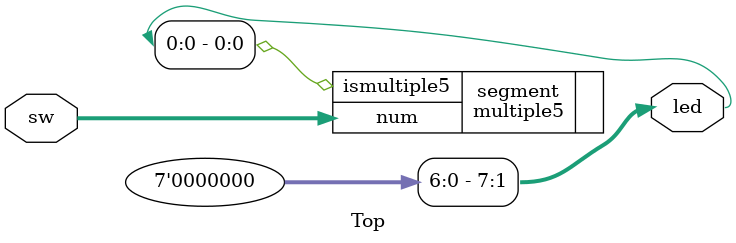
<source format=v>
module Top(
    input  [7:0]            sw,
    output [7:0]            led
);
assign led[7:1]=7'b0;
multiple5 segment(
    .num(sw[7:0]),
    .ismultiple5(led[0])
);
endmodule
</source>
